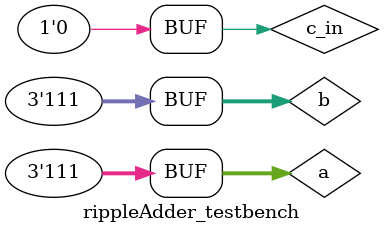
<source format=v>
`timescale 1ns / 1ps


module rippleAdder_testbench(

    );
    reg c_in;
    reg[2:0] a, b;
    wire c_out;
    wire[2:0] sum;
    
    rippleAdder ripple(c_in,a,b,sum,c_out);
        
    initial
    begin
    c_in = 0;
    a = 0;
    b = 0;
    
    #10 a = 1;
    #10 b = 1;
    #10 a = 2;
    #10 b = 2;
    #10 a = 3;
    #10 b = 3;
    #10 a = 4;
    #10 b = 4;
    #10 a = 5;
    #10 b = 5;
    #10 a = 6;
    #10 b = 6;
    #10 a = 7;
    #10 b = 7;
    
    end
endmodule

</source>
